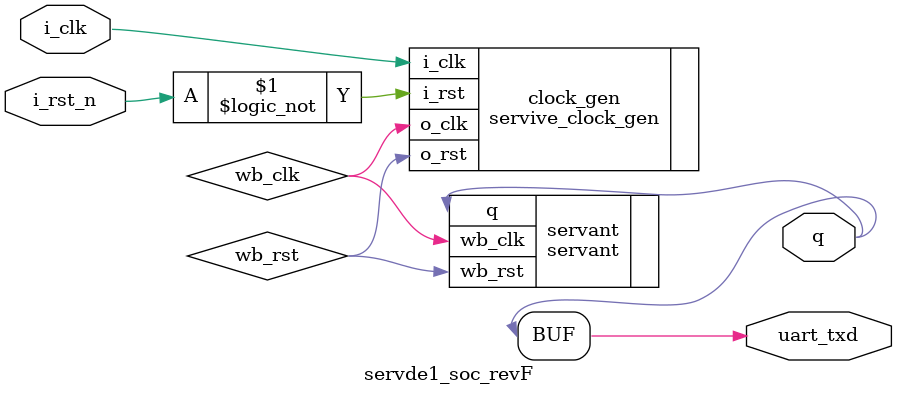
<source format=v>
`default_nettype none
module servde1_soc_revF
(
 input wire 	   i_clk,
 input wire 	   i_rst_n,
 output wire 	   q,
 output wire 	   uart_txd);

   parameter memfile = "zephyr_hello.hex";
   parameter memsize = 8192;

   wire      wb_clk;
   wire      wb_rst;

   assign uart_txd = q;

   servive_clock_gen clock_gen
     (.i_clk (i_clk),
      .i_rst (!i_rst_n),
      .o_clk (wb_clk),
      .o_rst (wb_rst));

   servant
     #(.memfile (memfile),
       .memsize (memsize))
   servant
     (.wb_clk (wb_clk),
      .wb_rst (wb_rst),
      .q      (q));

endmodule

</source>
